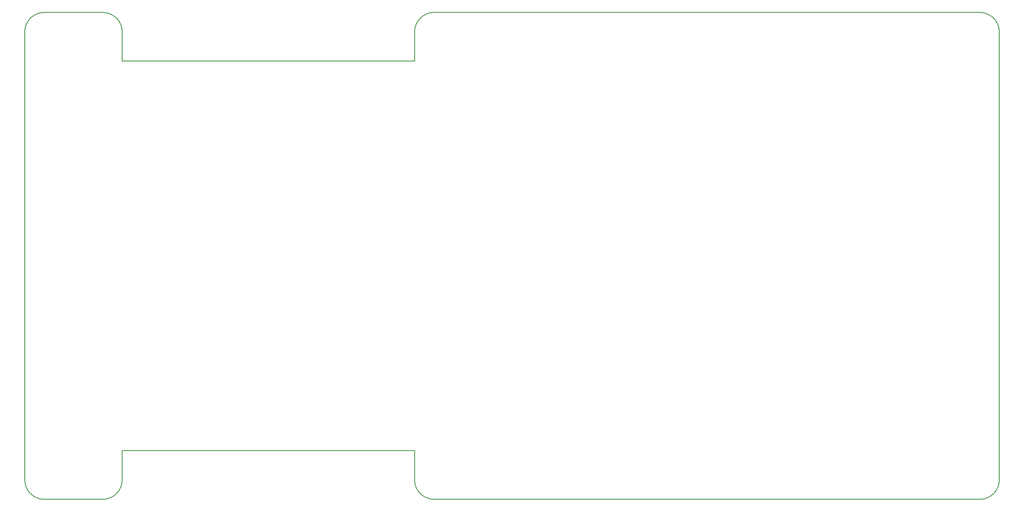
<source format=gbr>
G04 #@! TF.GenerationSoftware,KiCad,Pcbnew,(5.0.1)-3*
G04 #@! TF.CreationDate,2020-10-01T22:01:30+02:00*
G04 #@! TF.ProjectId,QCW Ultimate,51435720556C74696D6174652E6B6963,rev?*
G04 #@! TF.SameCoordinates,Original*
G04 #@! TF.FileFunction,Profile,NP*
%FSLAX46Y46*%
G04 Gerber Fmt 4.6, Leading zero omitted, Abs format (unit mm)*
G04 Created by KiCad (PCBNEW (5.0.1)-3) date 01/10/2020 22:01:30*
%MOMM*%
%LPD*%
G01*
G04 APERTURE LIST*
%ADD10C,0.150000*%
%ADD11C,0.200000*%
G04 APERTURE END LIST*
D10*
X114000000Y-130000000D02*
G75*
G02X110000000Y-126000000I0J4000000D01*
G01*
X50000000Y-126000000D02*
G75*
G02X46000000Y-130000000I-4000000J0D01*
G01*
X110000000Y-34000000D02*
G75*
G02X114000000Y-30000000I4000000J0D01*
G01*
X46000000Y-30000000D02*
G75*
G02X50000000Y-34000000I0J-4000000D01*
G01*
X226000000Y-30000000D02*
G75*
G02X230000000Y-34000000I0J-4000000D01*
G01*
X230000000Y-126000000D02*
G75*
G02X226000000Y-130000000I-4000000J0D01*
G01*
X34000000Y-130000000D02*
G75*
G02X30000000Y-126000000I0J4000000D01*
G01*
X30000000Y-34000000D02*
G75*
G02X34000000Y-30000000I4000000J0D01*
G01*
X46000000Y-30000000D02*
X34000000Y-30000000D01*
X50000000Y-40000000D02*
X50000000Y-34000000D01*
X110000000Y-40000000D02*
X50000000Y-40000000D01*
X110000000Y-34000000D02*
X110000000Y-40000000D01*
D11*
X46000000Y-130000000D02*
X34000000Y-130000000D01*
X50000000Y-120000000D02*
X50000000Y-126000000D01*
X110000000Y-120000000D02*
X50000000Y-120000000D01*
X110000000Y-126000000D02*
X110000000Y-120000000D01*
D10*
X30000000Y-126000000D02*
X30000000Y-34000000D01*
X226000000Y-130000000D02*
X114000000Y-130000000D01*
X230000000Y-34000000D02*
X230000000Y-126000000D01*
X114000000Y-30000000D02*
X226000000Y-30000000D01*
M02*

</source>
